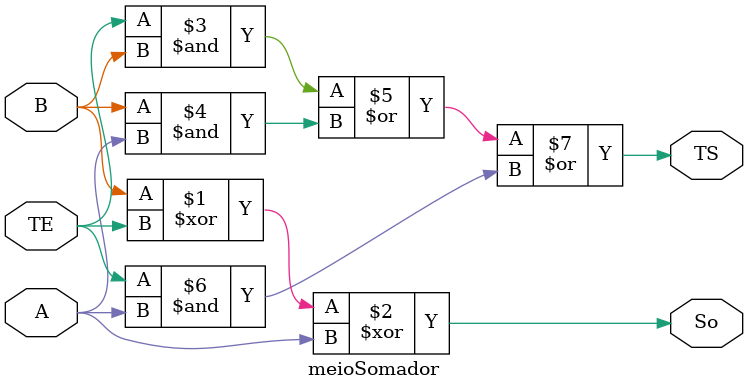
<source format=v>
module meioSomador(B, A, TE, So, TS);
	input B, A, TE;
	output So, TS;
	
	assign So = (B ^ TE) ^ A;
	assign TS = (TE & B) | (B & A) | (TE & A);
	
endmodule 
</source>
